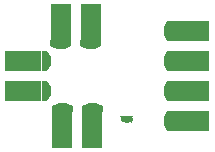
<source format=gbs>
G04 DipTrace 2.4.0.2*
%INST12axis.gbs*%
%MOMM*%
%ADD44R,2.05X1.75*%
%ADD53R,1.75X2.082*%
%ADD54R,1.75X1.65*%
%ADD58R,2.082X1.75*%
%ADD60R,1.65X1.75*%
%FSLAX53Y53*%
G04*
G71*
G90*
G75*
G01*
%LNBotMask*%
%LPD*%
D60*
X23970Y13810D3*
Y16350D3*
D58*
X25240Y13810D3*
Y16350D3*
G36*
X22695Y17225D2*
X23200D1*
Y15475D1*
X22695D1*
X22415Y16019D1*
Y16681D1*
X22695Y17225D1*
G37*
G36*
Y14685D2*
X23195D1*
Y12935D1*
X22695D1*
X22415Y13479D1*
Y14141D1*
X22695Y14685D1*
G37*
D60*
X11270Y16350D3*
Y13810D3*
D58*
X10000Y16350D3*
Y13810D3*
G36*
X12545Y12935D2*
X12040D1*
Y14685D1*
X12545D1*
X12825Y14141D1*
Y13479D1*
X12545Y12935D1*
G37*
G36*
Y15475D2*
X12045D1*
Y17225D1*
X12545D1*
X12825Y16681D1*
Y16019D1*
X12545Y15475D1*
G37*
D54*
X16197Y18890D3*
X13657D3*
D53*
X16197Y20160D3*
X13657D3*
G36*
X12782Y17615D2*
Y18120D1*
X14532D1*
Y17615D1*
X13988Y17335D1*
X13326D1*
X12782Y17615D1*
G37*
G36*
X15322D2*
Y18115D1*
X17072D1*
Y17615D1*
X16528Y17335D1*
X15866D1*
X15322Y17615D1*
G37*
D54*
X16350Y11270D3*
X13810D3*
G36*
X14685Y12545D2*
Y12040D1*
X12935D1*
Y12545D1*
X13479Y12825D1*
X14141D1*
X14685Y12545D1*
G37*
G36*
X17225D2*
Y12040D1*
X15475D1*
Y12545D1*
X16019Y12825D1*
X16681D1*
X17225Y12545D1*
G37*
D53*
X16350Y10000D3*
X13810D3*
D60*
X23970Y18890D3*
G36*
X22695Y19765D2*
X23200D1*
Y18015D1*
X22695D1*
X22415Y18559D1*
Y19221D1*
X22695Y19765D1*
G37*
D44*
X25240Y18890D3*
D60*
X23970Y11270D3*
G36*
X22695Y12145D2*
X23200D1*
Y10395D1*
X22695D1*
X22415Y10939D1*
Y11601D1*
X22695Y12145D1*
G37*
D44*
X25240Y11270D3*
G36*
X18714Y11724D2*
X18744Y11533D1*
X18803Y11386D1*
X18880Y11292D1*
X18956Y11216D1*
X19068Y11152D1*
X19134Y11127D1*
X19229Y11106D1*
X19280Y11096D1*
X19362Y11091D1*
X19427Y11114D1*
X19465Y11152D1*
X19490Y11177D1*
X19554Y11190D1*
X19580Y11185D1*
X19631Y11170D1*
X19658Y11139D1*
X19757Y11221D1*
X19707Y11297D1*
Y11315D1*
X19795Y11351D1*
X19808Y11406D1*
X19818Y11508D1*
X19565Y11401D1*
X19534D1*
X19490Y11409D1*
X19480Y11431D1*
X19501Y11482D1*
X19616Y11546D1*
X19788Y11617D1*
X19762Y11667D1*
X19699Y11722D1*
X19508Y11647D1*
X19515Y11685D1*
Y11724D1*
X18714D1*
G37*
M02*

</source>
